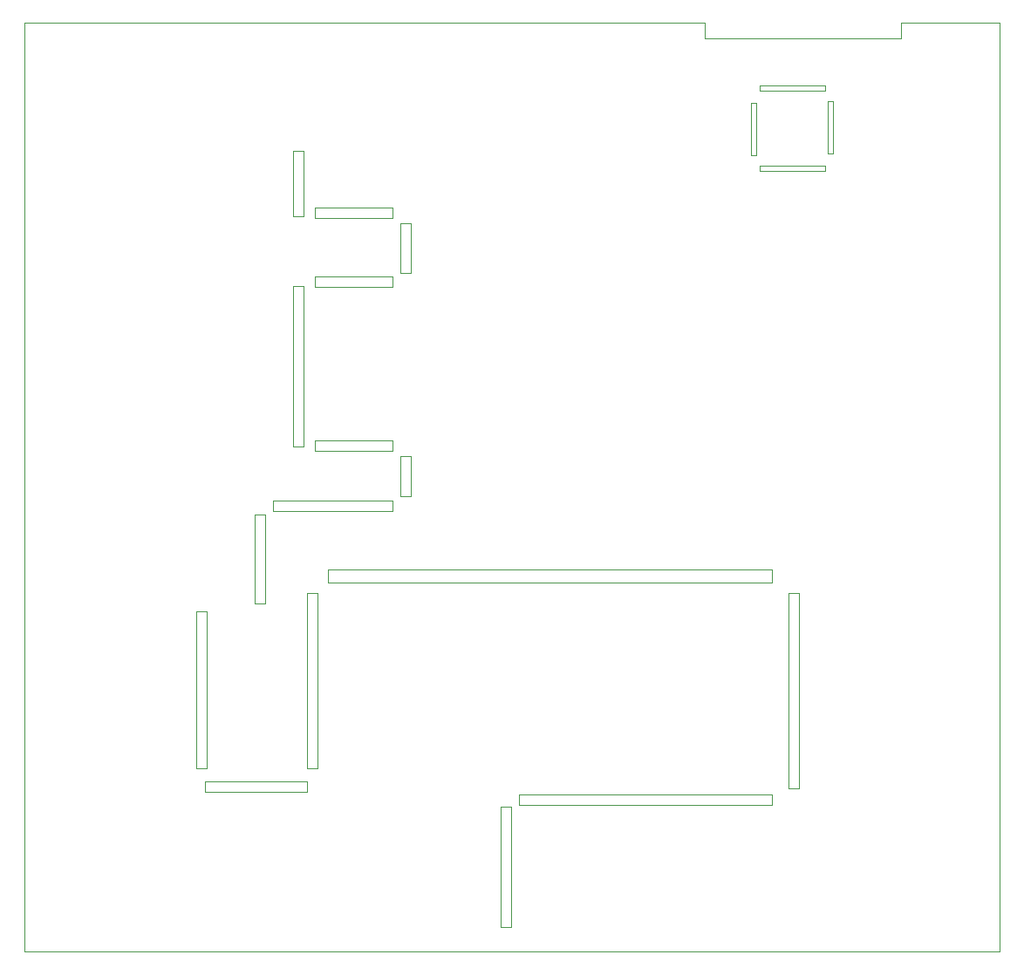
<source format=gko>
G04*
G04 #@! TF.GenerationSoftware,Altium Limited,Altium Designer,21.0.8 (223)*
G04*
G04 Layer_Color=16711935*
%FSLAX24Y24*%
%MOIN*%
G70*
G04*
G04 #@! TF.SameCoordinates,97F8029C-931E-460D-85B7-1C51AEB28454*
G04*
G04*
G04 #@! TF.FilePolarity,Positive*
G04*
G01*
G75*
%ADD83C,0.0010*%
D83*
X29200Y6252D02*
Y13700D01*
Y6252D02*
X29600D01*
Y13700D01*
X29200D02*
X29600D01*
X18200Y924D02*
Y5550D01*
Y924D02*
X18600D01*
Y5550D01*
X18200D02*
X18600D01*
X11600Y14100D02*
Y14600D01*
Y14100D02*
X28550D01*
Y14600D01*
X11600D02*
X28550D01*
X8800Y13300D02*
Y16700D01*
Y13300D02*
X9200D01*
Y16700D01*
X8800D02*
X9200D01*
X27750Y30450D02*
Y32450D01*
Y30450D02*
X27950D01*
Y32450D01*
X27750D02*
X27950D01*
X28100Y29850D02*
Y30050D01*
Y29850D02*
X30600D01*
Y30050D01*
X28100D02*
X30600D01*
X30700Y30500D02*
Y32500D01*
Y30500D02*
X30900D01*
Y32500D01*
X30700D02*
X30900D01*
X28100Y32900D02*
Y33100D01*
Y32900D02*
X30600D01*
Y33100D01*
X28100D02*
X30600D01*
X6900Y6100D02*
Y6500D01*
Y6100D02*
X10800D01*
Y6500D01*
X6900D02*
X10800D01*
Y7000D02*
Y13000D01*
Y7000D02*
X11200D01*
Y13000D01*
X6550Y7000D02*
Y13000D01*
Y7000D02*
X6950D01*
Y13000D01*
X6550D02*
X6950D01*
X18900Y5600D02*
Y6000D01*
Y5600D02*
X28550D01*
Y6000D01*
X18900D02*
X28550D01*
X9500Y16850D02*
Y17250D01*
Y16850D02*
X14050D01*
Y17250D01*
X9500D02*
X14050D01*
X14350Y17400D02*
Y18950D01*
Y17400D02*
X14750D01*
Y18950D01*
X14350D02*
X14750D01*
X11100Y19150D02*
Y19550D01*
Y19150D02*
X14050D01*
Y19550D01*
X11100D02*
X14050D01*
X10250Y19300D02*
Y25450D01*
Y19300D02*
X10650D01*
Y25450D01*
X10250D02*
X10650D01*
X11100Y25800D02*
X14050D01*
X11100Y25400D02*
Y25800D01*
Y25400D02*
X14050D01*
Y25800D01*
X14350Y25950D02*
Y27850D01*
Y25950D02*
X14750D01*
Y27850D01*
X14350D02*
X14750D01*
X11100Y28050D02*
Y28450D01*
Y28050D02*
X14050D01*
Y28450D01*
X11100D02*
X14050D01*
X10250Y28100D02*
Y30600D01*
Y28100D02*
X10650D01*
Y30600D01*
X10250D02*
X10650D01*
X10800Y13700D02*
X11200D01*
Y7000D02*
Y13700D01*
X10900Y7000D02*
X11100D01*
X10800D02*
Y13700D01*
Y7000D02*
X10900D01*
X11100D02*
X11200D01*
X6900Y6100D02*
X10800D01*
X6900D02*
Y6500D01*
X10800Y6100D02*
Y6500D01*
X6900D02*
X10800D01*
X6850Y7000D02*
X6950D01*
X6550D02*
X6650D01*
X6550D02*
Y13000D01*
X6650Y7000D02*
X6850D01*
X6950D02*
Y13000D01*
X6550D02*
X6950D01*
X26000Y34900D02*
Y35500D01*
Y34900D02*
X33500Y34900D01*
Y35500D01*
X37250D01*
Y0D02*
Y35500D01*
X0Y0D02*
Y35500D01*
Y0D02*
Y50D01*
Y0D02*
X37250D01*
X0Y35500D02*
X26000D01*
M02*

</source>
